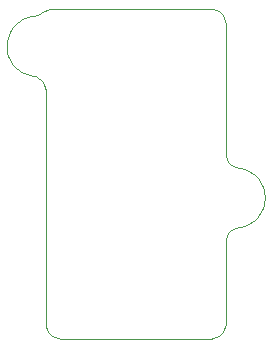
<source format=gko>
G04*
G04 #@! TF.GenerationSoftware,Altium Limited,Altium Designer,19.0.14 (431)*
G04*
G04 Layer_Color=16711935*
%FSLAX25Y25*%
%MOIN*%
G70*
G01*
G75*
%ADD21C,0.00079*%
D21*
X42315Y43576D02*
X42411Y42601D01*
X42696Y41663D01*
X43158Y40799D01*
X43779Y40041D01*
X44537Y39419D01*
X45401Y38957D01*
X46339Y38673D01*
X47315Y38576D01*
X42315Y121277D02*
X42210Y122296D01*
X41899Y123273D01*
X41396Y124165D01*
X40722Y124936D01*
X39904Y125554D01*
X38978Y125992D01*
X37982Y126232D01*
X38432Y146104D02*
X37435Y145964D01*
X36457Y145726D01*
X35509Y145390D01*
X34599Y144960D01*
X33737Y144442D01*
X32931Y143839D01*
X32190Y143158D01*
X31521Y142407D01*
X30931Y141592D01*
X30426Y140721D01*
X30011Y139805D01*
X29690Y138851D01*
X29467Y137870D01*
X29343Y136872D01*
X29320Y135866D01*
X29399Y134862D01*
X29577Y133872D01*
X29855Y132905D01*
X30228Y131971D01*
X30693Y131079D01*
X31246Y130238D01*
X31880Y129457D01*
X32590Y128743D01*
X33367Y128105D01*
X34205Y127548D01*
X35095Y127077D01*
X36027Y126699D01*
X36993Y126416D01*
X37982Y126232D01*
X38432Y146104D02*
X39465Y146307D01*
X40433Y146722D01*
X41292Y147330D01*
X44595Y148576D02*
X43698Y148495D01*
X42830Y148255D01*
X42019Y147862D01*
X41292Y147330D01*
X102315Y143577D02*
X102219Y144552D01*
X101934Y145490D01*
X101472Y146354D01*
X100850Y147112D01*
X100093Y147734D01*
X99228Y148196D01*
X98290Y148480D01*
X97315Y148576D01*
X102315Y100496D02*
X102420Y99477D01*
X102731Y98500D01*
X103234Y97608D01*
X103908Y96836D01*
X104726Y96219D01*
X105652Y95781D01*
X106648Y95541D01*
Y75719D02*
X107622Y75900D01*
X108574Y76176D01*
X109493Y76545D01*
X110372Y77003D01*
X111200Y77545D01*
X111972Y78167D01*
X112677Y78863D01*
X113311Y79624D01*
X113866Y80445D01*
X114337Y81316D01*
X114719Y82230D01*
X115010Y83178D01*
X115205Y84149D01*
X115303Y85135D01*
Y86125D01*
X115205Y87111D01*
X115010Y88082D01*
X114719Y89030D01*
X114337Y89943D01*
X113866Y90815D01*
X113311Y91636D01*
X112677Y92397D01*
X111972Y93093D01*
X111200Y93714D01*
X110372Y94257D01*
X109493Y94715D01*
X108574Y95084D01*
X107622Y95360D01*
X106648Y95541D01*
Y75719D02*
X105652Y75479D01*
X104726Y75041D01*
X103908Y74424D01*
X103234Y73652D01*
X102731Y72760D01*
X102420Y71783D01*
X102315Y70764D01*
X97315Y38576D02*
X98290Y38673D01*
X99228Y38957D01*
X100093Y39419D01*
X100850Y40041D01*
X101472Y40799D01*
X101934Y41663D01*
X102219Y42601D01*
X102315Y43576D01*
X42315D02*
Y121277D01*
X44595Y148576D02*
X97315D01*
X102315Y100496D02*
Y143577D01*
Y43576D02*
Y70764D01*
X47315Y38576D02*
X97315D01*
M02*

</source>
